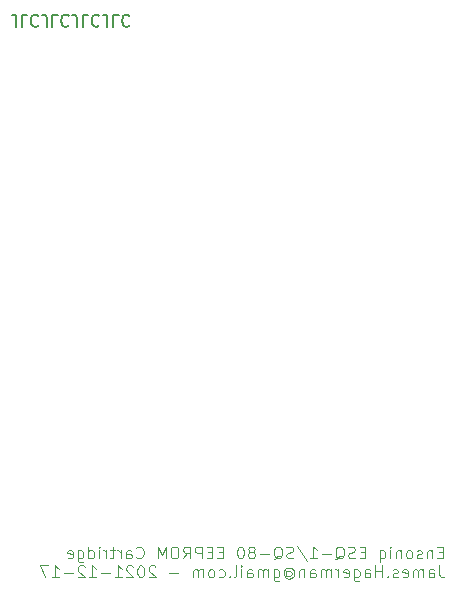
<source format=gbo>
G04 #@! TF.GenerationSoftware,KiCad,Pcbnew,(5.1.8)-1*
G04 #@! TF.CreationDate,2021-12-18T01:10:41-08:00*
G04 #@! TF.ProjectId,ensoniq-cartridge,656e736f-6e69-4712-9d63-617274726964,rev?*
G04 #@! TF.SameCoordinates,Original*
G04 #@! TF.FileFunction,Legend,Bot*
G04 #@! TF.FilePolarity,Positive*
%FSLAX46Y46*%
G04 Gerber Fmt 4.6, Leading zero omitted, Abs format (unit mm)*
G04 Created by KiCad (PCBNEW (5.1.8)-1) date 2021-12-18 01:10:41*
%MOMM*%
%LPD*%
G01*
G04 APERTURE LIST*
%ADD10C,0.101600*%
%ADD11C,0.150000*%
%ADD12R,1.524000X1.524000*%
%ADD13C,1.524000*%
%ADD14O,1.400000X1.400000*%
%ADD15C,1.400000*%
%ADD16C,1.600000*%
%ADD17C,0.100000*%
%ADD18R,1.270000X7.620000*%
%ADD19O,1.700000X1.700000*%
%ADD20R,1.700000X1.700000*%
%ADD21R,1.600000X1.600000*%
%ADD22O,1.600000X1.600000*%
G04 APERTURE END LIST*
D10*
X137262264Y-122419371D02*
X136928931Y-122419371D01*
X136786074Y-122943180D02*
X137262264Y-122943180D01*
X137262264Y-121943180D01*
X136786074Y-121943180D01*
X136357502Y-122276514D02*
X136357502Y-122943180D01*
X136357502Y-122371752D02*
X136309883Y-122324133D01*
X136214645Y-122276514D01*
X136071788Y-122276514D01*
X135976550Y-122324133D01*
X135928931Y-122419371D01*
X135928931Y-122943180D01*
X135500360Y-122895561D02*
X135405121Y-122943180D01*
X135214645Y-122943180D01*
X135119407Y-122895561D01*
X135071788Y-122800323D01*
X135071788Y-122752704D01*
X135119407Y-122657466D01*
X135214645Y-122609847D01*
X135357502Y-122609847D01*
X135452740Y-122562228D01*
X135500360Y-122466990D01*
X135500360Y-122419371D01*
X135452740Y-122324133D01*
X135357502Y-122276514D01*
X135214645Y-122276514D01*
X135119407Y-122324133D01*
X134500360Y-122943180D02*
X134595598Y-122895561D01*
X134643217Y-122847942D01*
X134690836Y-122752704D01*
X134690836Y-122466990D01*
X134643217Y-122371752D01*
X134595598Y-122324133D01*
X134500360Y-122276514D01*
X134357502Y-122276514D01*
X134262264Y-122324133D01*
X134214645Y-122371752D01*
X134167026Y-122466990D01*
X134167026Y-122752704D01*
X134214645Y-122847942D01*
X134262264Y-122895561D01*
X134357502Y-122943180D01*
X134500360Y-122943180D01*
X133738455Y-122276514D02*
X133738455Y-122943180D01*
X133738455Y-122371752D02*
X133690836Y-122324133D01*
X133595598Y-122276514D01*
X133452740Y-122276514D01*
X133357502Y-122324133D01*
X133309883Y-122419371D01*
X133309883Y-122943180D01*
X132833693Y-122943180D02*
X132833693Y-122276514D01*
X132833693Y-121943180D02*
X132881312Y-121990800D01*
X132833693Y-122038419D01*
X132786074Y-121990800D01*
X132833693Y-121943180D01*
X132833693Y-122038419D01*
X131928931Y-122276514D02*
X131928931Y-123276514D01*
X131928931Y-122895561D02*
X132024169Y-122943180D01*
X132214645Y-122943180D01*
X132309883Y-122895561D01*
X132357502Y-122847942D01*
X132405121Y-122752704D01*
X132405121Y-122466990D01*
X132357502Y-122371752D01*
X132309883Y-122324133D01*
X132214645Y-122276514D01*
X132024169Y-122276514D01*
X131928931Y-122324133D01*
X130690836Y-122419371D02*
X130357502Y-122419371D01*
X130214645Y-122943180D02*
X130690836Y-122943180D01*
X130690836Y-121943180D01*
X130214645Y-121943180D01*
X129833693Y-122895561D02*
X129690836Y-122943180D01*
X129452740Y-122943180D01*
X129357502Y-122895561D01*
X129309883Y-122847942D01*
X129262264Y-122752704D01*
X129262264Y-122657466D01*
X129309883Y-122562228D01*
X129357502Y-122514609D01*
X129452740Y-122466990D01*
X129643217Y-122419371D01*
X129738455Y-122371752D01*
X129786074Y-122324133D01*
X129833693Y-122228895D01*
X129833693Y-122133657D01*
X129786074Y-122038419D01*
X129738455Y-121990800D01*
X129643217Y-121943180D01*
X129405121Y-121943180D01*
X129262264Y-121990800D01*
X128167026Y-123038419D02*
X128262264Y-122990800D01*
X128357502Y-122895561D01*
X128500360Y-122752704D01*
X128595598Y-122705085D01*
X128690836Y-122705085D01*
X128643217Y-122943180D02*
X128738455Y-122895561D01*
X128833693Y-122800323D01*
X128881312Y-122609847D01*
X128881312Y-122276514D01*
X128833693Y-122086038D01*
X128738455Y-121990800D01*
X128643217Y-121943180D01*
X128452740Y-121943180D01*
X128357502Y-121990800D01*
X128262264Y-122086038D01*
X128214645Y-122276514D01*
X128214645Y-122609847D01*
X128262264Y-122800323D01*
X128357502Y-122895561D01*
X128452740Y-122943180D01*
X128643217Y-122943180D01*
X127786074Y-122562228D02*
X127024169Y-122562228D01*
X126024169Y-122943180D02*
X126595598Y-122943180D01*
X126309883Y-122943180D02*
X126309883Y-121943180D01*
X126405121Y-122086038D01*
X126500360Y-122181276D01*
X126595598Y-122228895D01*
X124881312Y-121895561D02*
X125738455Y-123181276D01*
X124595598Y-122895561D02*
X124452740Y-122943180D01*
X124214645Y-122943180D01*
X124119407Y-122895561D01*
X124071788Y-122847942D01*
X124024169Y-122752704D01*
X124024169Y-122657466D01*
X124071788Y-122562228D01*
X124119407Y-122514609D01*
X124214645Y-122466990D01*
X124405121Y-122419371D01*
X124500360Y-122371752D01*
X124547979Y-122324133D01*
X124595598Y-122228895D01*
X124595598Y-122133657D01*
X124547979Y-122038419D01*
X124500360Y-121990800D01*
X124405121Y-121943180D01*
X124167026Y-121943180D01*
X124024169Y-121990800D01*
X122928931Y-123038419D02*
X123024169Y-122990800D01*
X123119407Y-122895561D01*
X123262264Y-122752704D01*
X123357502Y-122705085D01*
X123452740Y-122705085D01*
X123405121Y-122943180D02*
X123500360Y-122895561D01*
X123595598Y-122800323D01*
X123643217Y-122609847D01*
X123643217Y-122276514D01*
X123595598Y-122086038D01*
X123500360Y-121990800D01*
X123405121Y-121943180D01*
X123214645Y-121943180D01*
X123119407Y-121990800D01*
X123024169Y-122086038D01*
X122976550Y-122276514D01*
X122976550Y-122609847D01*
X123024169Y-122800323D01*
X123119407Y-122895561D01*
X123214645Y-122943180D01*
X123405121Y-122943180D01*
X122547979Y-122562228D02*
X121786074Y-122562228D01*
X121167026Y-122371752D02*
X121262264Y-122324133D01*
X121309883Y-122276514D01*
X121357502Y-122181276D01*
X121357502Y-122133657D01*
X121309883Y-122038419D01*
X121262264Y-121990800D01*
X121167026Y-121943180D01*
X120976550Y-121943180D01*
X120881312Y-121990800D01*
X120833693Y-122038419D01*
X120786074Y-122133657D01*
X120786074Y-122181276D01*
X120833693Y-122276514D01*
X120881312Y-122324133D01*
X120976550Y-122371752D01*
X121167026Y-122371752D01*
X121262264Y-122419371D01*
X121309883Y-122466990D01*
X121357502Y-122562228D01*
X121357502Y-122752704D01*
X121309883Y-122847942D01*
X121262264Y-122895561D01*
X121167026Y-122943180D01*
X120976550Y-122943180D01*
X120881312Y-122895561D01*
X120833693Y-122847942D01*
X120786074Y-122752704D01*
X120786074Y-122562228D01*
X120833693Y-122466990D01*
X120881312Y-122419371D01*
X120976550Y-122371752D01*
X120167026Y-121943180D02*
X120071788Y-121943180D01*
X119976550Y-121990800D01*
X119928931Y-122038419D01*
X119881312Y-122133657D01*
X119833693Y-122324133D01*
X119833693Y-122562228D01*
X119881312Y-122752704D01*
X119928931Y-122847942D01*
X119976550Y-122895561D01*
X120071788Y-122943180D01*
X120167026Y-122943180D01*
X120262264Y-122895561D01*
X120309883Y-122847942D01*
X120357502Y-122752704D01*
X120405121Y-122562228D01*
X120405121Y-122324133D01*
X120357502Y-122133657D01*
X120309883Y-122038419D01*
X120262264Y-121990800D01*
X120167026Y-121943180D01*
X118643217Y-122419371D02*
X118309883Y-122419371D01*
X118167026Y-122943180D02*
X118643217Y-122943180D01*
X118643217Y-121943180D01*
X118167026Y-121943180D01*
X117738455Y-122419371D02*
X117405121Y-122419371D01*
X117262264Y-122943180D02*
X117738455Y-122943180D01*
X117738455Y-121943180D01*
X117262264Y-121943180D01*
X116833693Y-122943180D02*
X116833693Y-121943180D01*
X116452740Y-121943180D01*
X116357502Y-121990800D01*
X116309883Y-122038419D01*
X116262264Y-122133657D01*
X116262264Y-122276514D01*
X116309883Y-122371752D01*
X116357502Y-122419371D01*
X116452740Y-122466990D01*
X116833693Y-122466990D01*
X115262264Y-122943180D02*
X115595598Y-122466990D01*
X115833693Y-122943180D02*
X115833693Y-121943180D01*
X115452740Y-121943180D01*
X115357502Y-121990800D01*
X115309883Y-122038419D01*
X115262264Y-122133657D01*
X115262264Y-122276514D01*
X115309883Y-122371752D01*
X115357502Y-122419371D01*
X115452740Y-122466990D01*
X115833693Y-122466990D01*
X114643217Y-121943180D02*
X114452740Y-121943180D01*
X114357502Y-121990800D01*
X114262264Y-122086038D01*
X114214645Y-122276514D01*
X114214645Y-122609847D01*
X114262264Y-122800323D01*
X114357502Y-122895561D01*
X114452740Y-122943180D01*
X114643217Y-122943180D01*
X114738455Y-122895561D01*
X114833693Y-122800323D01*
X114881312Y-122609847D01*
X114881312Y-122276514D01*
X114833693Y-122086038D01*
X114738455Y-121990800D01*
X114643217Y-121943180D01*
X113786074Y-122943180D02*
X113786074Y-121943180D01*
X113452740Y-122657466D01*
X113119407Y-121943180D01*
X113119407Y-122943180D01*
X111309883Y-122847942D02*
X111357502Y-122895561D01*
X111500360Y-122943180D01*
X111595598Y-122943180D01*
X111738455Y-122895561D01*
X111833693Y-122800323D01*
X111881312Y-122705085D01*
X111928931Y-122514609D01*
X111928931Y-122371752D01*
X111881312Y-122181276D01*
X111833693Y-122086038D01*
X111738455Y-121990800D01*
X111595598Y-121943180D01*
X111500360Y-121943180D01*
X111357502Y-121990800D01*
X111309883Y-122038419D01*
X110452740Y-122943180D02*
X110452740Y-122419371D01*
X110500360Y-122324133D01*
X110595598Y-122276514D01*
X110786074Y-122276514D01*
X110881312Y-122324133D01*
X110452740Y-122895561D02*
X110547979Y-122943180D01*
X110786074Y-122943180D01*
X110881312Y-122895561D01*
X110928931Y-122800323D01*
X110928931Y-122705085D01*
X110881312Y-122609847D01*
X110786074Y-122562228D01*
X110547979Y-122562228D01*
X110452740Y-122514609D01*
X109976550Y-122943180D02*
X109976550Y-122276514D01*
X109976550Y-122466990D02*
X109928931Y-122371752D01*
X109881312Y-122324133D01*
X109786074Y-122276514D01*
X109690836Y-122276514D01*
X109500360Y-122276514D02*
X109119407Y-122276514D01*
X109357502Y-121943180D02*
X109357502Y-122800323D01*
X109309883Y-122895561D01*
X109214645Y-122943180D01*
X109119407Y-122943180D01*
X108786074Y-122943180D02*
X108786074Y-122276514D01*
X108786074Y-122466990D02*
X108738455Y-122371752D01*
X108690836Y-122324133D01*
X108595598Y-122276514D01*
X108500360Y-122276514D01*
X108167026Y-122943180D02*
X108167026Y-122276514D01*
X108167026Y-121943180D02*
X108214645Y-121990800D01*
X108167026Y-122038419D01*
X108119407Y-121990800D01*
X108167026Y-121943180D01*
X108167026Y-122038419D01*
X107262264Y-122943180D02*
X107262264Y-121943180D01*
X107262264Y-122895561D02*
X107357502Y-122943180D01*
X107547979Y-122943180D01*
X107643217Y-122895561D01*
X107690836Y-122847942D01*
X107738455Y-122752704D01*
X107738455Y-122466990D01*
X107690836Y-122371752D01*
X107643217Y-122324133D01*
X107547979Y-122276514D01*
X107357502Y-122276514D01*
X107262264Y-122324133D01*
X106357502Y-122276514D02*
X106357502Y-123086038D01*
X106405121Y-123181276D01*
X106452740Y-123228895D01*
X106547979Y-123276514D01*
X106690836Y-123276514D01*
X106786074Y-123228895D01*
X106357502Y-122895561D02*
X106452740Y-122943180D01*
X106643217Y-122943180D01*
X106738455Y-122895561D01*
X106786074Y-122847942D01*
X106833693Y-122752704D01*
X106833693Y-122466990D01*
X106786074Y-122371752D01*
X106738455Y-122324133D01*
X106643217Y-122276514D01*
X106452740Y-122276514D01*
X106357502Y-122324133D01*
X105500360Y-122895561D02*
X105595598Y-122943180D01*
X105786074Y-122943180D01*
X105881312Y-122895561D01*
X105928931Y-122800323D01*
X105928931Y-122419371D01*
X105881312Y-122324133D01*
X105786074Y-122276514D01*
X105595598Y-122276514D01*
X105500360Y-122324133D01*
X105452740Y-122419371D01*
X105452740Y-122514609D01*
X105928931Y-122609847D01*
X136976550Y-123544780D02*
X136976550Y-124259066D01*
X137024169Y-124401923D01*
X137119407Y-124497161D01*
X137262264Y-124544780D01*
X137357502Y-124544780D01*
X136071788Y-124544780D02*
X136071788Y-124020971D01*
X136119407Y-123925733D01*
X136214645Y-123878114D01*
X136405121Y-123878114D01*
X136500360Y-123925733D01*
X136071788Y-124497161D02*
X136167026Y-124544780D01*
X136405121Y-124544780D01*
X136500360Y-124497161D01*
X136547979Y-124401923D01*
X136547979Y-124306685D01*
X136500360Y-124211447D01*
X136405121Y-124163828D01*
X136167026Y-124163828D01*
X136071788Y-124116209D01*
X135595598Y-124544780D02*
X135595598Y-123878114D01*
X135595598Y-123973352D02*
X135547979Y-123925733D01*
X135452740Y-123878114D01*
X135309883Y-123878114D01*
X135214645Y-123925733D01*
X135167026Y-124020971D01*
X135167026Y-124544780D01*
X135167026Y-124020971D02*
X135119407Y-123925733D01*
X135024169Y-123878114D01*
X134881312Y-123878114D01*
X134786074Y-123925733D01*
X134738455Y-124020971D01*
X134738455Y-124544780D01*
X133881312Y-124497161D02*
X133976550Y-124544780D01*
X134167026Y-124544780D01*
X134262264Y-124497161D01*
X134309883Y-124401923D01*
X134309883Y-124020971D01*
X134262264Y-123925733D01*
X134167026Y-123878114D01*
X133976550Y-123878114D01*
X133881312Y-123925733D01*
X133833693Y-124020971D01*
X133833693Y-124116209D01*
X134309883Y-124211447D01*
X133452740Y-124497161D02*
X133357502Y-124544780D01*
X133167026Y-124544780D01*
X133071788Y-124497161D01*
X133024169Y-124401923D01*
X133024169Y-124354304D01*
X133071788Y-124259066D01*
X133167026Y-124211447D01*
X133309883Y-124211447D01*
X133405121Y-124163828D01*
X133452740Y-124068590D01*
X133452740Y-124020971D01*
X133405121Y-123925733D01*
X133309883Y-123878114D01*
X133167026Y-123878114D01*
X133071788Y-123925733D01*
X132595598Y-124449542D02*
X132547979Y-124497161D01*
X132595598Y-124544780D01*
X132643217Y-124497161D01*
X132595598Y-124449542D01*
X132595598Y-124544780D01*
X132119407Y-124544780D02*
X132119407Y-123544780D01*
X132119407Y-124020971D02*
X131547979Y-124020971D01*
X131547979Y-124544780D02*
X131547979Y-123544780D01*
X130643217Y-124544780D02*
X130643217Y-124020971D01*
X130690836Y-123925733D01*
X130786074Y-123878114D01*
X130976550Y-123878114D01*
X131071788Y-123925733D01*
X130643217Y-124497161D02*
X130738455Y-124544780D01*
X130976550Y-124544780D01*
X131071788Y-124497161D01*
X131119407Y-124401923D01*
X131119407Y-124306685D01*
X131071788Y-124211447D01*
X130976550Y-124163828D01*
X130738455Y-124163828D01*
X130643217Y-124116209D01*
X129738455Y-123878114D02*
X129738455Y-124687638D01*
X129786074Y-124782876D01*
X129833693Y-124830495D01*
X129928931Y-124878114D01*
X130071788Y-124878114D01*
X130167026Y-124830495D01*
X129738455Y-124497161D02*
X129833693Y-124544780D01*
X130024169Y-124544780D01*
X130119407Y-124497161D01*
X130167026Y-124449542D01*
X130214645Y-124354304D01*
X130214645Y-124068590D01*
X130167026Y-123973352D01*
X130119407Y-123925733D01*
X130024169Y-123878114D01*
X129833693Y-123878114D01*
X129738455Y-123925733D01*
X128881312Y-124497161D02*
X128976550Y-124544780D01*
X129167026Y-124544780D01*
X129262264Y-124497161D01*
X129309883Y-124401923D01*
X129309883Y-124020971D01*
X129262264Y-123925733D01*
X129167026Y-123878114D01*
X128976550Y-123878114D01*
X128881312Y-123925733D01*
X128833693Y-124020971D01*
X128833693Y-124116209D01*
X129309883Y-124211447D01*
X128405121Y-124544780D02*
X128405121Y-123878114D01*
X128405121Y-124068590D02*
X128357502Y-123973352D01*
X128309883Y-123925733D01*
X128214645Y-123878114D01*
X128119407Y-123878114D01*
X127786074Y-124544780D02*
X127786074Y-123878114D01*
X127786074Y-123973352D02*
X127738455Y-123925733D01*
X127643217Y-123878114D01*
X127500360Y-123878114D01*
X127405121Y-123925733D01*
X127357502Y-124020971D01*
X127357502Y-124544780D01*
X127357502Y-124020971D02*
X127309883Y-123925733D01*
X127214645Y-123878114D01*
X127071788Y-123878114D01*
X126976550Y-123925733D01*
X126928931Y-124020971D01*
X126928931Y-124544780D01*
X126024169Y-124544780D02*
X126024169Y-124020971D01*
X126071788Y-123925733D01*
X126167026Y-123878114D01*
X126357502Y-123878114D01*
X126452740Y-123925733D01*
X126024169Y-124497161D02*
X126119407Y-124544780D01*
X126357502Y-124544780D01*
X126452740Y-124497161D01*
X126500360Y-124401923D01*
X126500360Y-124306685D01*
X126452740Y-124211447D01*
X126357502Y-124163828D01*
X126119407Y-124163828D01*
X126024169Y-124116209D01*
X125547979Y-123878114D02*
X125547979Y-124544780D01*
X125547979Y-123973352D02*
X125500360Y-123925733D01*
X125405121Y-123878114D01*
X125262264Y-123878114D01*
X125167026Y-123925733D01*
X125119407Y-124020971D01*
X125119407Y-124544780D01*
X124024169Y-124068590D02*
X124071788Y-124020971D01*
X124167026Y-123973352D01*
X124262264Y-123973352D01*
X124357502Y-124020971D01*
X124405121Y-124068590D01*
X124452740Y-124163828D01*
X124452740Y-124259066D01*
X124405121Y-124354304D01*
X124357502Y-124401923D01*
X124262264Y-124449542D01*
X124167026Y-124449542D01*
X124071788Y-124401923D01*
X124024169Y-124354304D01*
X124024169Y-123973352D02*
X124024169Y-124354304D01*
X123976550Y-124401923D01*
X123928931Y-124401923D01*
X123833693Y-124354304D01*
X123786074Y-124259066D01*
X123786074Y-124020971D01*
X123881312Y-123878114D01*
X124024169Y-123782876D01*
X124214645Y-123735257D01*
X124405121Y-123782876D01*
X124547979Y-123878114D01*
X124643217Y-124020971D01*
X124690836Y-124211447D01*
X124643217Y-124401923D01*
X124547979Y-124544780D01*
X124405121Y-124640019D01*
X124214645Y-124687638D01*
X124024169Y-124640019D01*
X123881312Y-124544780D01*
X122928931Y-123878114D02*
X122928931Y-124687638D01*
X122976550Y-124782876D01*
X123024169Y-124830495D01*
X123119407Y-124878114D01*
X123262264Y-124878114D01*
X123357502Y-124830495D01*
X122928931Y-124497161D02*
X123024169Y-124544780D01*
X123214645Y-124544780D01*
X123309883Y-124497161D01*
X123357502Y-124449542D01*
X123405121Y-124354304D01*
X123405121Y-124068590D01*
X123357502Y-123973352D01*
X123309883Y-123925733D01*
X123214645Y-123878114D01*
X123024169Y-123878114D01*
X122928931Y-123925733D01*
X122452740Y-124544780D02*
X122452740Y-123878114D01*
X122452740Y-123973352D02*
X122405121Y-123925733D01*
X122309883Y-123878114D01*
X122167026Y-123878114D01*
X122071788Y-123925733D01*
X122024169Y-124020971D01*
X122024169Y-124544780D01*
X122024169Y-124020971D02*
X121976550Y-123925733D01*
X121881312Y-123878114D01*
X121738455Y-123878114D01*
X121643217Y-123925733D01*
X121595598Y-124020971D01*
X121595598Y-124544780D01*
X120690836Y-124544780D02*
X120690836Y-124020971D01*
X120738455Y-123925733D01*
X120833693Y-123878114D01*
X121024169Y-123878114D01*
X121119407Y-123925733D01*
X120690836Y-124497161D02*
X120786074Y-124544780D01*
X121024169Y-124544780D01*
X121119407Y-124497161D01*
X121167026Y-124401923D01*
X121167026Y-124306685D01*
X121119407Y-124211447D01*
X121024169Y-124163828D01*
X120786074Y-124163828D01*
X120690836Y-124116209D01*
X120214645Y-124544780D02*
X120214645Y-123878114D01*
X120214645Y-123544780D02*
X120262264Y-123592400D01*
X120214645Y-123640019D01*
X120167026Y-123592400D01*
X120214645Y-123544780D01*
X120214645Y-123640019D01*
X119595598Y-124544780D02*
X119690836Y-124497161D01*
X119738455Y-124401923D01*
X119738455Y-123544780D01*
X119214645Y-124449542D02*
X119167026Y-124497161D01*
X119214645Y-124544780D01*
X119262264Y-124497161D01*
X119214645Y-124449542D01*
X119214645Y-124544780D01*
X118309883Y-124497161D02*
X118405121Y-124544780D01*
X118595598Y-124544780D01*
X118690836Y-124497161D01*
X118738455Y-124449542D01*
X118786074Y-124354304D01*
X118786074Y-124068590D01*
X118738455Y-123973352D01*
X118690836Y-123925733D01*
X118595598Y-123878114D01*
X118405121Y-123878114D01*
X118309883Y-123925733D01*
X117738455Y-124544780D02*
X117833693Y-124497161D01*
X117881312Y-124449542D01*
X117928931Y-124354304D01*
X117928931Y-124068590D01*
X117881312Y-123973352D01*
X117833693Y-123925733D01*
X117738455Y-123878114D01*
X117595598Y-123878114D01*
X117500360Y-123925733D01*
X117452740Y-123973352D01*
X117405121Y-124068590D01*
X117405121Y-124354304D01*
X117452740Y-124449542D01*
X117500360Y-124497161D01*
X117595598Y-124544780D01*
X117738455Y-124544780D01*
X116976550Y-124544780D02*
X116976550Y-123878114D01*
X116976550Y-123973352D02*
X116928931Y-123925733D01*
X116833693Y-123878114D01*
X116690836Y-123878114D01*
X116595598Y-123925733D01*
X116547979Y-124020971D01*
X116547979Y-124544780D01*
X116547979Y-124020971D02*
X116500360Y-123925733D01*
X116405121Y-123878114D01*
X116262264Y-123878114D01*
X116167026Y-123925733D01*
X116119407Y-124020971D01*
X116119407Y-124544780D01*
X114881312Y-124163828D02*
X114119407Y-124163828D01*
X112928931Y-123640019D02*
X112881312Y-123592400D01*
X112786074Y-123544780D01*
X112547979Y-123544780D01*
X112452740Y-123592400D01*
X112405121Y-123640019D01*
X112357502Y-123735257D01*
X112357502Y-123830495D01*
X112405121Y-123973352D01*
X112976550Y-124544780D01*
X112357502Y-124544780D01*
X111738455Y-123544780D02*
X111643217Y-123544780D01*
X111547979Y-123592400D01*
X111500360Y-123640019D01*
X111452740Y-123735257D01*
X111405121Y-123925733D01*
X111405121Y-124163828D01*
X111452740Y-124354304D01*
X111500360Y-124449542D01*
X111547979Y-124497161D01*
X111643217Y-124544780D01*
X111738455Y-124544780D01*
X111833693Y-124497161D01*
X111881312Y-124449542D01*
X111928931Y-124354304D01*
X111976550Y-124163828D01*
X111976550Y-123925733D01*
X111928931Y-123735257D01*
X111881312Y-123640019D01*
X111833693Y-123592400D01*
X111738455Y-123544780D01*
X111024169Y-123640019D02*
X110976550Y-123592400D01*
X110881312Y-123544780D01*
X110643217Y-123544780D01*
X110547979Y-123592400D01*
X110500360Y-123640019D01*
X110452740Y-123735257D01*
X110452740Y-123830495D01*
X110500360Y-123973352D01*
X111071788Y-124544780D01*
X110452740Y-124544780D01*
X109500360Y-124544780D02*
X110071788Y-124544780D01*
X109786074Y-124544780D02*
X109786074Y-123544780D01*
X109881312Y-123687638D01*
X109976550Y-123782876D01*
X110071788Y-123830495D01*
X109071788Y-124163828D02*
X108309883Y-124163828D01*
X107309883Y-124544780D02*
X107881312Y-124544780D01*
X107595598Y-124544780D02*
X107595598Y-123544780D01*
X107690836Y-123687638D01*
X107786074Y-123782876D01*
X107881312Y-123830495D01*
X106928931Y-123640019D02*
X106881312Y-123592400D01*
X106786074Y-123544780D01*
X106547979Y-123544780D01*
X106452740Y-123592400D01*
X106405121Y-123640019D01*
X106357502Y-123735257D01*
X106357502Y-123830495D01*
X106405121Y-123973352D01*
X106976550Y-124544780D01*
X106357502Y-124544780D01*
X105928931Y-124163828D02*
X105167026Y-124163828D01*
X104167026Y-124544780D02*
X104738455Y-124544780D01*
X104452740Y-124544780D02*
X104452740Y-123544780D01*
X104547979Y-123687638D01*
X104643217Y-123782876D01*
X104738455Y-123830495D01*
X103833693Y-123544780D02*
X103167026Y-123544780D01*
X103595598Y-124544780D01*
D11*
X101146552Y-77916019D02*
X101146552Y-77201733D01*
X101098933Y-77058876D01*
X101003695Y-76963638D01*
X100860838Y-76916019D01*
X100765600Y-76916019D01*
X102098933Y-76916019D02*
X101622742Y-76916019D01*
X101622742Y-77916019D01*
X103003695Y-77011257D02*
X102956076Y-76963638D01*
X102813219Y-76916019D01*
X102717980Y-76916019D01*
X102575123Y-76963638D01*
X102479885Y-77058876D01*
X102432266Y-77154114D01*
X102384647Y-77344590D01*
X102384647Y-77487447D01*
X102432266Y-77677923D01*
X102479885Y-77773161D01*
X102575123Y-77868400D01*
X102717980Y-77916019D01*
X102813219Y-77916019D01*
X102956076Y-77868400D01*
X103003695Y-77820780D01*
X103717980Y-77916019D02*
X103717980Y-77201733D01*
X103670361Y-77058876D01*
X103575123Y-76963638D01*
X103432266Y-76916019D01*
X103337028Y-76916019D01*
X104670361Y-76916019D02*
X104194171Y-76916019D01*
X104194171Y-77916019D01*
X105575123Y-77011257D02*
X105527504Y-76963638D01*
X105384647Y-76916019D01*
X105289409Y-76916019D01*
X105146552Y-76963638D01*
X105051314Y-77058876D01*
X105003695Y-77154114D01*
X104956076Y-77344590D01*
X104956076Y-77487447D01*
X105003695Y-77677923D01*
X105051314Y-77773161D01*
X105146552Y-77868400D01*
X105289409Y-77916019D01*
X105384647Y-77916019D01*
X105527504Y-77868400D01*
X105575123Y-77820780D01*
X106289409Y-77916019D02*
X106289409Y-77201733D01*
X106241790Y-77058876D01*
X106146552Y-76963638D01*
X106003695Y-76916019D01*
X105908457Y-76916019D01*
X107241790Y-76916019D02*
X106765600Y-76916019D01*
X106765600Y-77916019D01*
X108146552Y-77011257D02*
X108098933Y-76963638D01*
X107956076Y-76916019D01*
X107860838Y-76916019D01*
X107717980Y-76963638D01*
X107622742Y-77058876D01*
X107575123Y-77154114D01*
X107527504Y-77344590D01*
X107527504Y-77487447D01*
X107575123Y-77677923D01*
X107622742Y-77773161D01*
X107717980Y-77868400D01*
X107860838Y-77916019D01*
X107956076Y-77916019D01*
X108098933Y-77868400D01*
X108146552Y-77820780D01*
X108860838Y-77916019D02*
X108860838Y-77201733D01*
X108813219Y-77058876D01*
X108717980Y-76963638D01*
X108575123Y-76916019D01*
X108479885Y-76916019D01*
X109813219Y-76916019D02*
X109337028Y-76916019D01*
X109337028Y-77916019D01*
X110717980Y-77011257D02*
X110670361Y-76963638D01*
X110527504Y-76916019D01*
X110432266Y-76916019D01*
X110289409Y-76963638D01*
X110194171Y-77058876D01*
X110146552Y-77154114D01*
X110098933Y-77344590D01*
X110098933Y-77487447D01*
X110146552Y-77677923D01*
X110194171Y-77773161D01*
X110289409Y-77868400D01*
X110432266Y-77916019D01*
X110527504Y-77916019D01*
X110670361Y-77868400D01*
X110717980Y-77820780D01*
%LPC*%
D12*
X137833100Y-92468700D03*
D13*
X135293100Y-92468700D03*
X132753100Y-92468700D03*
X130213100Y-92468700D03*
X127673100Y-92468700D03*
X125133100Y-92468700D03*
X122593100Y-92468700D03*
X120053100Y-92468700D03*
X117513100Y-92468700D03*
X114973100Y-92468700D03*
X112433100Y-92468700D03*
X109893100Y-92468700D03*
X107353100Y-92468700D03*
X104813100Y-92468700D03*
X104813100Y-107708700D03*
X107353100Y-107708700D03*
X109893100Y-107708700D03*
X112433100Y-107708700D03*
X114973100Y-107708700D03*
X117513100Y-107708700D03*
X120053100Y-107708700D03*
X122593100Y-107708700D03*
X125133100Y-107708700D03*
X127673100Y-107708700D03*
X130213100Y-107708700D03*
X132753100Y-107708700D03*
X135293100Y-107708700D03*
X137833100Y-107708700D03*
D14*
X113538000Y-83312000D03*
D15*
X105918000Y-83312000D03*
D14*
X113538000Y-80899000D03*
D15*
X105918000Y-80899000D03*
D14*
X113538000Y-85725000D03*
D15*
X105918000Y-85725000D03*
D16*
X131288800Y-113080800D03*
X126288800Y-113080800D03*
D17*
G36*
X138439755Y-125680961D02*
G01*
X138449134Y-125683806D01*
X138457779Y-125688427D01*
X138465355Y-125694645D01*
X138471573Y-125702221D01*
X138476194Y-125710866D01*
X138479039Y-125720245D01*
X138480000Y-125730000D01*
X138480000Y-130760000D01*
X140970000Y-130760000D01*
X140979755Y-130760961D01*
X140989134Y-130763806D01*
X140997779Y-130768427D01*
X141005355Y-130774645D01*
X141011573Y-130782221D01*
X141016194Y-130790866D01*
X141019039Y-130800245D01*
X141020000Y-130810000D01*
X141020000Y-132080000D01*
X141019039Y-132089755D01*
X141016194Y-132099134D01*
X141011573Y-132107779D01*
X141005355Y-132115355D01*
X140997779Y-132121573D01*
X140989134Y-132126194D01*
X140979755Y-132129039D01*
X140970000Y-132130000D01*
X137160000Y-132130000D01*
X137150245Y-132129039D01*
X137140866Y-132126194D01*
X137132221Y-132121573D01*
X137124645Y-132115355D01*
X137118427Y-132107779D01*
X137113806Y-132099134D01*
X137110961Y-132089755D01*
X137110000Y-132080000D01*
X137110000Y-125730000D01*
X137110961Y-125720245D01*
X137113806Y-125710866D01*
X137118427Y-125702221D01*
X137124645Y-125694645D01*
X137132221Y-125688427D01*
X137140866Y-125683806D01*
X137150245Y-125680961D01*
X137160000Y-125680000D01*
X138430000Y-125680000D01*
X138439755Y-125680961D01*
G37*
D18*
X135255000Y-129540000D03*
X132715000Y-129540000D03*
X130175000Y-129540000D03*
X127635000Y-129540000D03*
X125095000Y-129540000D03*
X122555000Y-129540000D03*
X120015000Y-129540000D03*
X117475000Y-129540000D03*
X114935000Y-129540000D03*
X112395000Y-129540000D03*
X109855000Y-129540000D03*
X107315000Y-129540000D03*
X104775000Y-129540000D03*
X102235000Y-129540000D03*
D14*
X133959600Y-110388400D03*
D15*
X126339600Y-110388400D03*
D19*
X120548400Y-78587600D03*
X123088400Y-78587600D03*
X125628400Y-78587600D03*
D20*
X128168400Y-78587600D03*
D21*
X121386600Y-111201200D03*
D22*
X118846600Y-111201200D03*
X116306600Y-111201200D03*
X113766600Y-111201200D03*
X111226600Y-111201200D03*
X108686600Y-111201200D03*
X106146600Y-111201200D03*
X104902000Y-89306400D03*
X107442000Y-89306400D03*
X109982000Y-89306400D03*
X112522000Y-89306400D03*
X115062000Y-89306400D03*
X117602000Y-89306400D03*
D21*
X120142000Y-89306400D03*
M02*

</source>
